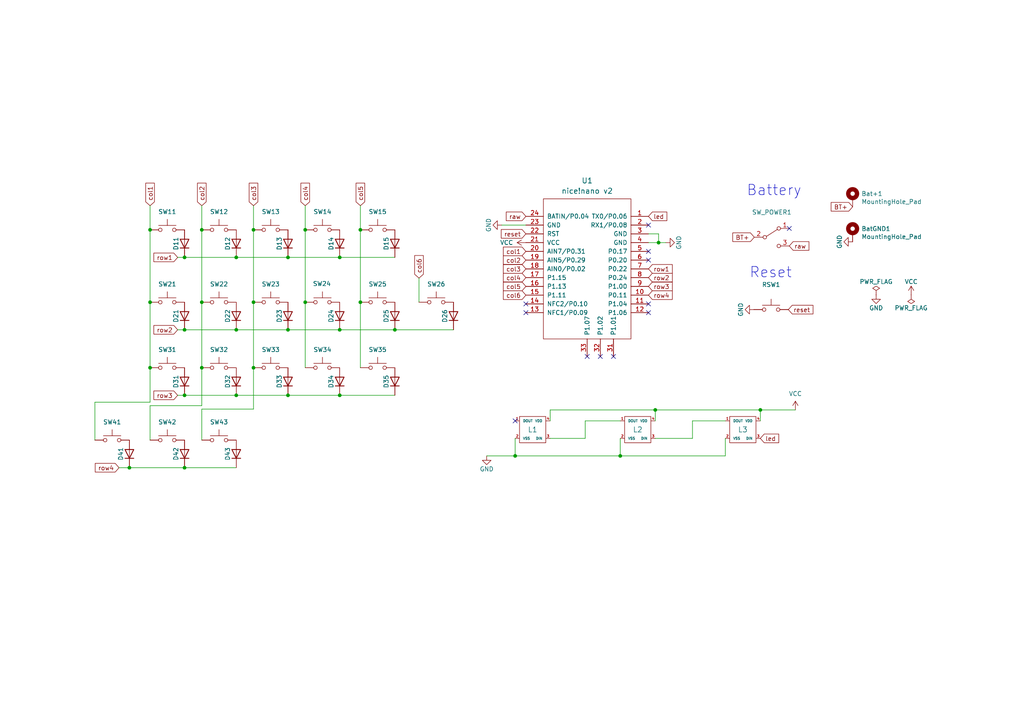
<source format=kicad_sch>
(kicad_sch (version 20211123) (generator eeschema)
  (paper "A4")
  (lib_symbols
    (symbol "D_1" (pin_numbers hide) (pin_names (offset 1.016) hide)
      (property "Reference" "D" (at 0 2.54 0))
      (property "Value" "D_1" (at 0 -2.54 0))
      (symbol "D_1_0_1"
        (polyline (pts (xy -1.27 1.27) (xy -1.27 -1.27)) (stroke (width 0.254)))
        (polyline (pts (xy 1.27 0) (xy -1.27 0)))
        (polyline (pts (xy 1.27 1.27) (xy 1.27 -1.27) (xy -1.27 0) (xy 1.27 1.27)) (stroke (width 0.254)))
      )
      (symbol "D_1_1_1"
        (pin passive line (at -4 0 0) (length 2.75) (name "K") (number "1"))
        (pin passive line (at 4 0 180) (length 2.75) (name "A") (number "2"))
      )
    )
    (symbol "D_10" (pin_numbers hide) (pin_names (offset 1.016) hide)
      (property "Reference" "D" (at 0 2.54 0))
      (property "Value" "D_10" (at 0 -2.54 0))
      (symbol "D_10_0_1"
        (polyline (pts (xy -1.27 1.27) (xy -1.27 -1.27)) (stroke (width 0.254)))
        (polyline (pts (xy 1.27 0) (xy -1.27 0)))
        (polyline (pts (xy 1.27 1.27) (xy 1.27 -1.27) (xy -1.27 0) (xy 1.27 1.27)) (stroke (width 0.254)))
      )
      (symbol "D_10_1_1"
        (pin passive line (at -4 0 0) (length 2.75) (name "K") (number "1"))
        (pin passive line (at 4 0 180) (length 2.75) (name "A") (number "2"))
      )
    )
    (symbol "D_11" (pin_numbers hide) (pin_names (offset 1.016) hide)
      (property "Reference" "D" (at 0 2.54 0))
      (property "Value" "D_11" (at 0 -2.54 0))
      (symbol "D_11_0_1"
        (polyline (pts (xy -1.27 1.27) (xy -1.27 -1.27)) (stroke (width 0.254)))
        (polyline (pts (xy 1.27 0) (xy -1.27 0)))
        (polyline (pts (xy 1.27 1.27) (xy 1.27 -1.27) (xy -1.27 0) (xy 1.27 1.27)) (stroke (width 0.254)))
      )
      (symbol "D_11_1_1"
        (pin passive line (at -4 0 0) (length 2.75) (name "K") (number "1"))
        (pin passive line (at 4 0 180) (length 2.75) (name "A") (number "2"))
      )
    )
    (symbol "D_12" (pin_numbers hide) (pin_names (offset 1.016) hide)
      (property "Reference" "D" (at 0 2.54 0))
      (property "Value" "D_12" (at 0 -2.54 0))
      (symbol "D_12_0_1"
        (polyline (pts (xy -1.27 1.27) (xy -1.27 -1.27)) (stroke (width 0.254)))
        (polyline (pts (xy 1.27 0) (xy -1.27 0)))
        (polyline (pts (xy 1.27 1.27) (xy 1.27 -1.27) (xy -1.27 0) (xy 1.27 1.27)) (stroke (width 0.254)))
      )
      (symbol "D_12_1_1"
        (pin passive line (at -4 0 0) (length 2.75) (name "K") (number "1"))
        (pin passive line (at 4 0 180) (length 2.75) (name "A") (number "2"))
      )
    )
    (symbol "D_13" (pin_numbers hide) (pin_names (offset 1.016) hide)
      (property "Reference" "D" (at 0 2.54 0))
      (property "Value" "D_13" (at 0 -2.54 0))
      (symbol "D_13_0_1"
        (polyline (pts (xy -1.27 1.27) (xy -1.27 -1.27)) (stroke (width 0.254)))
        (polyline (pts (xy 1.27 0) (xy -1.27 0)))
        (polyline (pts (xy 1.27 1.27) (xy 1.27 -1.27) (xy -1.27 0) (xy 1.27 1.27)) (stroke (width 0.254)))
      )
      (symbol "D_13_1_1"
        (pin passive line (at -4 0 0) (length 2.75) (name "K") (number "1"))
        (pin passive line (at 4 0 180) (length 2.75) (name "A") (number "2"))
      )
    )
    (symbol "D_14" (pin_numbers hide) (pin_names (offset 1.016) hide)
      (property "Reference" "D" (at 0 2.54 0))
      (property "Value" "D_14" (at 0 -2.54 0))
      (symbol "D_14_0_1"
        (polyline (pts (xy -1.27 1.27) (xy -1.27 -1.27)) (stroke (width 0.254)))
        (polyline (pts (xy 1.27 0) (xy -1.27 0)))
        (polyline (pts (xy 1.27 1.27) (xy 1.27 -1.27) (xy -1.27 0) (xy 1.27 1.27)) (stroke (width 0.254)))
      )
      (symbol "D_14_1_1"
        (pin passive line (at -4 0 0) (length 2.75) (name "K") (number "1"))
        (pin passive line (at 4 0 180) (length 2.75) (name "A") (number "2"))
      )
    )
    (symbol "D_15" (pin_numbers hide) (pin_names (offset 1.016) hide)
      (property "Reference" "D" (at 0 2.54 0))
      (property "Value" "D_15" (at 0 -2.54 0))
      (symbol "D_15_0_1"
        (polyline (pts (xy -1.27 1.27) (xy -1.27 -1.27)) (stroke (width 0.254)))
        (polyline (pts (xy 1.27 0) (xy -1.27 0)))
        (polyline (pts (xy 1.27 1.27) (xy 1.27 -1.27) (xy -1.27 0) (xy 1.27 1.27)) (stroke (width 0.254)))
      )
      (symbol "D_15_1_1"
        (pin passive line (at -4 0 0) (length 2.75) (name "K") (number "1"))
        (pin passive line (at 4 0 180) (length 2.75) (name "A") (number "2"))
      )
    )
    (symbol "D_16" (pin_numbers hide) (pin_names (offset 1.016) hide)
      (property "Reference" "D" (at 0 2.54 0))
      (property "Value" "D_16" (at 0 -2.54 0))
      (symbol "D_16_0_1"
        (polyline (pts (xy -1.27 1.27) (xy -1.27 -1.27)) (stroke (width 0.254)))
        (polyline (pts (xy 1.27 0) (xy -1.27 0)))
        (polyline (pts (xy 1.27 1.27) (xy 1.27 -1.27) (xy -1.27 0) (xy 1.27 1.27)) (stroke (width 0.254)))
      )
      (symbol "D_16_1_1"
        (pin passive line (at -4 0 0) (length 2.75) (name "K") (number "1"))
        (pin passive line (at 4 0 180) (length 2.75) (name "A") (number "2"))
      )
    )
    (symbol "D_17" (pin_numbers hide) (pin_names (offset 1.016) hide)
      (property "Reference" "D" (at 0 2.54 0))
      (property "Value" "D_17" (at 0 -2.54 0))
      (symbol "D_17_0_1"
        (polyline (pts (xy -1.27 1.27) (xy -1.27 -1.27)) (stroke (width 0.254)))
        (polyline (pts (xy 1.27 0) (xy -1.27 0)))
        (polyline (pts (xy 1.27 1.27) (xy 1.27 -1.27) (xy -1.27 0) (xy 1.27 1.27)) (stroke (width 0.254)))
      )
      (symbol "D_17_1_1"
        (pin passive line (at -4 0 0) (length 2.75) (name "K") (number "1"))
        (pin passive line (at 4 0 180) (length 2.75) (name "A") (number "2"))
      )
    )
    (symbol "D_18" (pin_numbers hide) (pin_names (offset 1.016) hide)
      (property "Reference" "D" (at 0 2.54 0))
      (property "Value" "D_18" (at 0 -2.54 0))
      (symbol "D_18_0_1"
        (polyline (pts (xy -1.27 1.27) (xy -1.27 -1.27)) (stroke (width 0.254)))
        (polyline (pts (xy 1.27 0) (xy -1.27 0)))
        (polyline (pts (xy 1.27 1.27) (xy 1.27 -1.27) (xy -1.27 0) (xy 1.27 1.27)) (stroke (width 0.254)))
      )
      (symbol "D_18_1_1"
        (pin passive line (at -4 0 0) (length 2.75) (name "K") (number "1"))
        (pin passive line (at 4 0 180) (length 2.75) (name "A") (number "2"))
      )
    )
    (symbol "D_2" (pin_numbers hide) (pin_names (offset 1.016) hide)
      (property "Reference" "D" (at 0 2.54 0))
      (property "Value" "D_2" (at 0 -2.54 0))
      (symbol "D_2_0_1"
        (polyline (pts (xy -1.27 1.27) (xy -1.27 -1.27)) (stroke (width 0.254)))
        (polyline (pts (xy 1.27 0) (xy -1.27 0)))
        (polyline (pts (xy 1.27 1.27) (xy 1.27 -1.27) (xy -1.27 0) (xy 1.27 1.27)) (stroke (width 0.254)))
      )
      (symbol "D_2_1_1"
        (pin passive line (at -4 0 0) (length 2.75) (name "K") (number "1"))
        (pin passive line (at 4 0 180) (length 2.75) (name "A") (number "2"))
      )
    )
    (symbol "D_3" (pin_numbers hide) (pin_names (offset 1.016) hide)
      (property "Reference" "D" (at 0 2.54 0))
      (property "Value" "D_3" (at 0 -2.54 0))
      (symbol "D_3_0_1"
        (polyline (pts (xy -1.27 1.27) (xy -1.27 -1.27)) (stroke (width 0.254)))
        (polyline (pts (xy 1.27 0) (xy -1.27 0)))
        (polyline (pts (xy 1.27 1.27) (xy 1.27 -1.27) (xy -1.27 0) (xy 1.27 1.27)) (stroke (width 0.254)))
      )
      (symbol "D_3_1_1"
        (pin passive line (at -4 0 0) (length 2.75) (name "K") (number "1"))
        (pin passive line (at 4 0 180) (length 2.75) (name "A") (number "2"))
      )
    )
    (symbol "D_4" (pin_numbers hide) (pin_names (offset 1.016) hide)
      (property "Reference" "D" (at 0 2.54 0))
      (property "Value" "D_4" (at 0 -2.54 0))
      (symbol "D_4_0_1"
        (polyline (pts (xy -1.27 1.27) (xy -1.27 -1.27)) (stroke (width 0.254)))
        (polyline (pts (xy 1.27 0) (xy -1.27 0)))
        (polyline (pts (xy 1.27 1.27) (xy 1.27 -1.27) (xy -1.27 0) (xy 1.27 1.27)) (stroke (width 0.254)))
      )
      (symbol "D_4_1_1"
        (pin passive line (at -4 0 0) (length 2.75) (name "K") (number "1"))
        (pin passive line (at 4 0 180) (length 2.75) (name "A") (number "2"))
      )
    )
    (symbol "D_5" (pin_numbers hide) (pin_names (offset 1.016) hide)
      (property "Reference" "D" (at 0 2.54 0))
      (property "Value" "D_5" (at 0 -2.54 0))
      (symbol "D_5_0_1"
        (polyline (pts (xy -1.27 1.27) (xy -1.27 -1.27)) (stroke (width 0.254)))
        (polyline (pts (xy 1.27 0) (xy -1.27 0)))
        (polyline (pts (xy 1.27 1.27) (xy 1.27 -1.27) (xy -1.27 0) (xy 1.27 1.27)) (stroke (width 0.254)))
      )
      (symbol "D_5_1_1"
        (pin passive line (at -4 0 0) (length 2.75) (name "K") (number "1"))
        (pin passive line (at 4 0 180) (length 2.75) (name "A") (number "2"))
      )
    )
    (symbol "D_6" (pin_numbers hide) (pin_names (offset 1.016) hide)
      (property "Reference" "D" (at 0 2.54 0))
      (property "Value" "D_6" (at 0 -2.54 0))
      (symbol "D_6_0_1"
        (polyline (pts (xy -1.27 1.27) (xy -1.27 -1.27)) (stroke (width 0.254)))
        (polyline (pts (xy 1.27 0) (xy -1.27 0)))
        (polyline (pts (xy 1.27 1.27) (xy 1.27 -1.27) (xy -1.27 0) (xy 1.27 1.27)) (stroke (width 0.254)))
      )
      (symbol "D_6_1_1"
        (pin passive line (at -4 0 0) (length 2.75) (name "K") (number "1"))
        (pin passive line (at 4 0 180) (length 2.75) (name "A") (number "2"))
      )
    )
    (symbol "D_7" (pin_numbers hide) (pin_names (offset 1.016) hide)
      (property "Reference" "D" (at 0 2.54 0))
      (property "Value" "D_7" (at 0 -2.54 0))
      (symbol "D_7_0_1"
        (polyline (pts (xy -1.27 1.27) (xy -1.27 -1.27)) (stroke (width 0.254)))
        (polyline (pts (xy 1.27 0) (xy -1.27 0)))
        (polyline (pts (xy 1.27 1.27) (xy 1.27 -1.27) (xy -1.27 0) (xy 1.27 1.27)) (stroke (width 0.254)))
      )
      (symbol "D_7_1_1"
        (pin passive line (at -4 0 0) (length 2.75) (name "K") (number "1"))
        (pin passive line (at 4 0 180) (length 2.75) (name "A") (number "2"))
      )
    )
    (symbol "D_8" (pin_numbers hide) (pin_names (offset 1.016) hide)
      (property "Reference" "D" (at 0 2.54 0))
      (property "Value" "D_8" (at 0 -2.54 0))
      (symbol "D_8_0_1"
        (polyline (pts (xy -1.27 1.27) (xy -1.27 -1.27)) (stroke (width 0.254)))
        (polyline (pts (xy 1.27 0) (xy -1.27 0)))
        (polyline (pts (xy 1.27 1.27) (xy 1.27 -1.27) (xy -1.27 0) (xy 1.27 1.27)) (stroke (width 0.254)))
      )
      (symbol "D_8_1_1"
        (pin passive line (at -4 0 0) (length 2.75) (name "K") (number "1"))
        (pin passive line (at 4 0 180) (length 2.75) (name "A") (number "2"))
      )
    )
    (symbol "D_9" (pin_numbers hide) (pin_names (offset 1.016) hide)
      (property "Reference" "D" (at 0 2.54 0))
      (property "Value" "D_9" (at 0 -2.54 0))
      (symbol "D_9_0_1"
        (polyline (pts (xy -1.27 1.27) (xy -1.27 -1.27)) (stroke (width 0.254)))
        (polyline (pts (xy 1.27 0) (xy -1.27 0)))
        (polyline (pts (xy 1.27 1.27) (xy 1.27 -1.27) (xy -1.27 0) (xy 1.27 1.27)) (stroke (width 0.254)))
      )
      (symbol "D_9_1_1"
        (pin passive line (at -4 0 0) (length 2.75) (name "K") (number "1"))
        (pin passive line (at 4 0 180) (length 2.75) (name "A") (number "2"))
      )
    )
    (symbol "Device:D" (pin_numbers hide) (pin_names (offset 1.016) hide)
      (property "Reference" "D" (at 0 2.54 0))
      (property "Value" "D" (at 0 -2.54 0))
      (symbol "D_0_1"
        (polyline (pts (xy -1.27 1.27) (xy -1.27 -1.27)) (stroke (width 0.254)))
        (polyline (pts (xy 1.27 0) (xy -1.27 0)))
        (polyline (pts (xy 1.27 1.27) (xy 1.27 -1.27) (xy -1.27 0) (xy 1.27 1.27)) (stroke (width 0.254)))
      )
      (symbol "D_1_1"
        (pin passive line (at -4 0 0) (length 2.75) (name "K") (number "1"))
        (pin passive line (at 4 0 180) (length 2.75) (name "A") (number "2"))
      )
    )
    (symbol "Mechanical:MountingHole_Pad" (pin_numbers hide) (pin_names (offset 1.016) hide)
      (property "Reference" "H" (at 0 6.35 0))
      (property "Value" "MountingHole_Pad" (at 0 4.445 0))
      (symbol "MountingHole_Pad_0_1"
        (circle (center 0 1.27) (radius 1.27) (stroke (width 1.27)))
      )
      (symbol "MountingHole_Pad_1_1"
        (pin input line (at 0 -2.54 90) (length 2.54) (name "1") (number "1"))
      )
    )
    (symbol "SW_Push_1" (pin_numbers hide) (pin_names (offset 1.016) hide)
      (property "Reference" "SW" (at 1.27 2.54 0))
      (property "Value" "SW_Push_1" (at 0 -1.524 0))
      (symbol "SW_Push_1_0_1"
        (circle (center -2.032 0) (radius 0.508))
        (polyline (pts (xy 0 1.27) (xy 0 3.048)))
        (polyline (pts (xy 2.54 1.27) (xy -2.54 1.27)))
        (circle (center 2.032 0) (radius 0.508))
        (pin passive line (at -5 0 0) (length 2.5) (name "1") (number "1"))
        (pin passive line (at 5 0 180) (length 2.5) (name "2") (number "2"))
      )
    )
    (symbol "SW_Push_10" (pin_numbers hide) (pin_names (offset 1.016) hide)
      (property "Reference" "SW" (at 1.27 2.54 0))
      (property "Value" "SW_Push_10" (at 0 -1.524 0))
      (symbol "SW_Push_10_0_1"
        (circle (center -2.032 0) (radius 0.508))
        (polyline (pts (xy 0 1.27) (xy 0 3.048)))
        (polyline (pts (xy 2.54 1.27) (xy -2.54 1.27)))
        (circle (center 2.032 0) (radius 0.508))
        (pin passive line (at -5 0 0) (length 2.5) (name "1") (number "1"))
        (pin passive line (at 5 0 180) (length 2.5) (name "2") (number "2"))
      )
    )
    (symbol "SW_Push_11" (pin_numbers hide) (pin_names (offset 1.016) hide)
      (property "Reference" "SW" (at 1.27 2.54 0))
      (property "Value" "SW_Push_11" (at 0 -1.524 0))
      (symbol "SW_Push_11_0_1"
        (circle (center -2.032 0) (radius 0.508))
        (polyline (pts (xy 0 1.27) (xy 0 3.048)))
        (polyline (pts (xy 2.54 1.27) (xy -2.54 1.27)))
        (circle (center 2.032 0) (radius 0.508))
        (pin passive line (at -5 0 0) (length 2.5) (name "1") (number "1"))
        (pin passive line (at 5 0 180) (length 2.5) (name "2") (number "2"))
      )
    )
    (symbol "SW_Push_12" (pin_numbers hide) (pin_names (offset 1.016) hide)
      (property "Reference" "SW" (at 1.27 2.54 0))
      (property "Value" "SW_Push_12" (at 0 -1.524 0))
      (symbol "SW_Push_12_0_1"
        (circle (center -2.032 0) (radius 0.508))
        (polyline (pts (xy 0 1.27) (xy 0 3.048)))
        (polyline (pts (xy 2.54 1.27) (xy -2.54 1.27)))
        (circle (center 2.032 0) (radius 0.508))
        (pin passive line (at -5 0 0) (length 2.5) (name "1") (number "1"))
        (pin passive line (at 5 0 180) (length 2.5) (name "2") (number "2"))
      )
    )
    (symbol "SW_Push_13" (pin_numbers hide) (pin_names (offset 1.016) hide)
      (property "Reference" "SW" (at 1.27 2.54 0))
      (property "Value" "SW_Push_13" (at 0 -1.524 0))
      (symbol "SW_Push_13_0_1"
        (circle (center -2.032 0) (radius 0.508))
        (polyline (pts (xy 0 1.27) (xy 0 3.048)))
        (polyline (pts (xy 2.54 1.27) (xy -2.54 1.27)))
        (circle (center 2.032 0) (radius 0.508))
        (pin passive line (at -5 0 0) (length 2.5) (name "1") (number "1"))
        (pin passive line (at 5 0 180) (length 2.5) (name "2") (number "2"))
      )
    )
    (symbol "SW_Push_14" (pin_numbers hide) (pin_names (offset 1.016) hide)
      (property "Reference" "SW" (at 1.27 2.54 0))
      (property "Value" "SW_Push_14" (at 0 -1.524 0))
      (symbol "SW_Push_14_0_1"
        (circle (center -2.032 0) (radius 0.508))
        (polyline (pts (xy 0 1.27) (xy 0 3.048)))
        (polyline (pts (xy 2.54 1.27) (xy -2.54 1.27)))
        (circle (center 2.032 0) (radius 0.508))
        (pin passive line (at -5 0 0) (length 2.5) (name "1") (number "1"))
        (pin passive line (at 5 0 180) (length 2.5) (name "2") (number "2"))
      )
    )
    (symbol "SW_Push_15" (pin_numbers hide) (pin_names (offset 1.016) hide)
      (property "Reference" "SW" (at 1.27 2.54 0))
      (property "Value" "SW_Push_15" (at 0 -1.524 0))
      (symbol "SW_Push_15_0_1"
        (circle (center -2.032 0) (radius 0.508))
        (polyline (pts (xy 0 1.27) (xy 0 3.048)))
        (polyline (pts (xy 2.54 1.27) (xy -2.54 1.27)))
        (circle (center 2.032 0) (radius 0.508))
        (pin passive line (at -5 0 0) (length 2.5) (name "1") (number "1"))
        (pin passive line (at 5 0 180) (length 2.5) (name "2") (number "2"))
      )
    )
    (symbol "SW_Push_16" (pin_numbers hide) (pin_names (offset 1.016) hide)
      (property "Reference" "SW" (at 1.27 2.54 0))
      (property "Value" "SW_Push_16" (at 0 -1.524 0))
      (symbol "SW_Push_16_0_1"
        (circle (center -2.032 0) (radius 0.508))
        (polyline (pts (xy 0 1.27) (xy 0 3.048)))
        (polyline (pts (xy 2.54 1.27) (xy -2.54 1.27)))
        (circle (center 2.032 0) (radius 0.508))
        (pin passive line (at -5 0 0) (length 2.5) (name "1") (number "1"))
        (pin passive line (at 5 0 180) (length 2.5) (name "2") (number "2"))
      )
    )
    (symbol "SW_Push_17" (pin_numbers hide) (pin_names (offset 1.016) hide)
      (property "Reference" "SW" (at 1.27 2.54 0))
      (property "Value" "SW_Push_17" (at 0 -1.524 0))
      (symbol "SW_Push_17_0_1"
        (circle (center -2.032 0) (radius 0.508))
        (polyline (pts (xy 0 1.27) (xy 0 3.048)))
        (polyline (pts (xy 2.54 1.27) (xy -2.54 1.27)))
        (circle (center 2.032 0) (radius 0.508))
        (pin passive line (at -5 0 0) (length 2.5) (name "1") (number "1"))
        (pin passive line (at 5 0 180) (length 2.5) (name "2") (number "2"))
      )
    )
    (symbol "SW_Push_18" (pin_numbers hide) (pin_names (offset 1.016) hide)
      (property "Reference" "SW" (at 1.27 2.54 0))
      (property "Value" "SW_Push_18" (at 0 -1.524 0))
      (symbol "SW_Push_18_0_1"
        (circle (center -2.032 0) (radius 0.508))
        (polyline (pts (xy 0 1.27) (xy 0 3.048)))
        (polyline (pts (xy 2.54 1.27) (xy -2.54 1.27)))
        (circle (center 2.032 0) (radius 0.508))
        (pin passive line (at -5 0 0) (length 2.5) (name "1") (number "1"))
        (pin passive line (at 5 0 180) (length 2.5) (name "2") (number "2"))
      )
    )
    (symbol "SW_Push_19" (pin_numbers hide) (pin_names (offset 1.016) hide)
      (property "Reference" "SW" (at 1.27 2.54 0))
      (property "Value" "SW_Push_19" (at 0 -1.524 0))
      (symbol "SW_Push_19_0_1"
        (circle (center -2.032 0) (radius 0.508))
        (polyline (pts (xy 0 1.27) (xy 0 3.048)))
        (polyline (pts (xy 2.54 1.27) (xy -2.54 1.27)))
        (circle (center 2.032 0) (radius 0.508))
        (pin passive line (at -5 0 0) (length 2.5) (name "1") (number "1"))
        (pin passive line (at 5 0 180) (length 2.5) (name "2") (number "2"))
      )
    )
    (symbol "SW_Push_2" (pin_numbers hide) (pin_names (offset 1.016) hide)
      (property "Reference" "SW" (at 1.27 2.54 0))
      (property "Value" "SW_Push_2" (at 0 -1.524 0))
      (symbol "SW_Push_2_0_1"
        (circle (center -2.032 0) (radius 0.508))
        (polyline (pts (xy 0 1.27) (xy 0 3.048)))
        (polyline (pts (xy 2.54 1.27) (xy -2.54 1.27)))
        (circle (center 2.032 0) (radius 0.508))
        (pin passive line (at -5 0 0) (length 2.5) (name "1") (number "1"))
        (pin passive line (at 5 0 180) (length 2.5) (name "2") (number "2"))
      )
    )
    (symbol "SW_Push_3" (pin_numbers hide) (pin_names (offset 1.016) hide)
      (property "Reference" "SW" (at 1.27 2.54 0))
      (property "Value" "SW_Push_3" (at 0 -1.524 0))
      (symbol "SW_Push_3_0_1"
        (circle (center -2.032 0) (radius 0.508))
        (polyline (pts (xy 0 1.27) (xy 0 3.048)))
        (polyline (pts (xy 2.54 1.27) (xy -2.54 1.27)))
        (circle (center 2.032 0) (radius 0.508))
        (pin passive line (at -5 0 0) (length 2.5) (name "1") (number "1"))
        (pin passive line (at 5 0 180) (length 2.5) (name "2") (number "2"))
      )
    )
    (symbol "SW_Push_4" (pin_numbers hide) (pin_names (offset 1.016) hide)
      (property "Reference" "SW" (at 1.27 2.54 0))
      (property "Value" "SW_Push_4" (at 0 -1.524 0))
      (symbol "SW_Push_4_0_1"
        (circle (center -2.032 0) (radius 0.508))
        (polyline (pts (xy 0 1.27) (xy 0 3.048)))
        (polyline (pts (xy 2.54 1.27) (xy -2.54 1.27)))
        (circle (center 2.032 0) (radius 0.508))
        (pin passive line (at -5 0 0) (length 2.5) (name "1") (number "1"))
        (pin passive line (at 5 0 180) (length 2.5) (name "2") (number "2"))
      )
    )
    (symbol "SW_Push_5" (pin_numbers hide) (pin_names (offset 1.016) hide)
      (property "Reference" "SW" (at 1.27 2.54 0))
      (property "Value" "SW_Push_5" (at 0 -1.524 0))
      (symbol "SW_Push_5_0_1"
        (circle (center -2.032 0) (radius 0.508))
        (polyline (pts (xy 0 1.27) (xy 0 3.048)))
        (polyline (pts (xy 2.54 1.27) (xy -2.54 1.27)))
        (circle (center 2.032 0) (radius 0.508))
        (pin passive line (at -5 0 0) (length 2.5) (name "1") (number "1"))
        (pin passive line (at 5 0 180) (length 2.5) (name "2") (number "2"))
      )
    )
    (symbol "SW_Push_6" (pin_numbers hide) (pin_names (offset 1.016) hide)
      (property "Reference" "SW" (at 1.27 2.54 0))
      (property "Value" "SW_Push_6" (at 0 -1.524 0))
      (symbol "SW_Push_6_0_1"
        (circle (center -2.032 0) (radius 0.508))
        (polyline (pts (xy 0 1.27) (xy 0 3.048)))
        (polyline (pts (xy 2.54 1.27) (xy -2.54 1.27)))
        (circle (center 2.032 0) (radius 0.508))
        (pin passive line (at -5 0 0) (length 2.5) (name "1") (number "1"))
        (pin passive line (at 5 0 180) (length 2.5) (name "2") (number "2"))
      )
    )
    (symbol "SW_Push_7" (pin_numbers hide) (pin_names (offset 1.016) hide)
      (property "Reference" "SW" (at 1.27 2.54 0))
      (property "Value" "SW_Push_7" (at 0 -1.524 0))
      (symbol "SW_Push_7_0_1"
        (circle (center -2.032 0) (radius 0.508))
        (polyline (pts (xy 0 1.27) (xy 0 3.048)))
        (polyline (pts (xy 2.54 1.27) (xy -2.54 1.27)))
        (circle (center 2.032 0) (radius 0.508))
        (pin passive line (at -5 0 0) (length 2.5) (name "1") (number "1"))
        (pin passive line (at 5 0 180) (length 2.5) (name "2") (number "2"))
      )
    )
    (symbol "SW_Push_8" (pin_numbers hide) (pin_names (offset 1.016) hide)
      (property "Reference" "SW" (at 1.27 2.54 0))
      (property "Value" "SW_Push_8" (at 0 -1.524 0))
      (symbol "SW_Push_8_0_1"
        (circle (center -2.032 0) (radius 0.508))
        (polyline (pts (xy 0 1.27) (xy 0 3.048)))
        (polyline (pts (xy 2.54 1.27) (xy -2.54 1.27)))
        (circle (center 2.032 0) (radius 0.508))
        (pin passive line (at -5 0 0) (length 2.5) (name "1") (number "1"))
        (pin passive line (at 5 0 180) (length 2.5) (name "2") (number "2"))
      )
    )
    (symbol "SW_Push_9" (pin_numbers hide) (pin_names (offset 1.016) hide)
      (property "Reference" "SW" (at 1.27 2.54 0))
      (property "Value" "SW_Push_9" (at 0 -1.524 0))
      (symbol "SW_Push_9_0_1"
        (circle (center -2.032 0) (radius 0.508))
        (polyline (pts (xy 0 1.27) (xy 0 3.048)))
        (polyline (pts (xy 2.54 1.27) (xy -2.54 1.27)))
        (circle (center 2.032 0) (radius 0.508))
        (pin passive line (at -5 0 0) (length 2.5) (name "1") (number "1"))
        (pin passive line (at 5 0 180) (length 2.5) (name "2") (number "2"))
      )
    )
    (symbol "Switch:SW_Push" (pin_numbers hide) (pin_names (offset 1.016) hide)
      (property "Reference" "SW" (at 1.27 2.54 0))
      (property "Value" "SW_Push" (at 0 -1.524 0))
      (symbol "SW_Push_0_1"
        (circle (center -2.032 0) (radius 0.508))
        (polyline (pts (xy 0 1.27) (xy 0 3.048)))
        (polyline (pts (xy 2.54 1.27) (xy -2.54 1.27)))
        (circle (center 2.032 0) (radius 0.508))
        (pin passive line (at -5 0 0) (length 2.5) (name "1") (number "1"))
        (pin passive line (at 5 0 180) (length 2.5) (name "2") (number "2"))
      )
    )
    (symbol "Switch:SW_SPDT" (pin_names (offset 0) hide)
      (property "Reference" "SW" (at 0 4.318 0))
      (property "Value" "SW_SPDT" (at 0 -5.08 0))
      (symbol "SW_SPDT_0_0"
        (circle (center -2.032 0) (radius 0.508))
        (circle (center 2.032 -2.54) (radius 0.508))
      )
      (symbol "SW_SPDT_0_1"
        (polyline (pts (xy -1.524 0.254) (xy 1.651 2.286)))
        (circle (center 2.032 2.54) (radius 0.508))
      )
      (symbol "SW_SPDT_1_1"
        (pin passive line (at 5.08 2.54 180) (length 2.54) (name "A") (number "1"))
        (pin passive line (at -5.08 0 0) (length 2.54) (name "B") (number "2"))
        (pin passive line (at 5.08 -2.54 180) (length 2.54) (name "C") (number "3"))
      )
    )
    (symbol "kbd:SK6812MINI" (pin_names (offset 1.016))
      (property "Reference" "L" (at 0 0 0))
      (property "Value" "SK6812MINI" (at 0 -1.27 0))
      (symbol "SK6812MINI_0_1"
        (rectangle (start -3.81 3.81) (end 3.81 -3.81))
      )
      (symbol "SK6812MINI_1_1"
        (pin output line (at -5.08 2.54 0) (length 1.1938) (name "DOUT") (number "1"))
        (pin power_in line (at -5.08 -2.54 0) (length 1.1938) (name "VSS") (number "2"))
        (pin input line (at 5.08 -2.54 180) (length 1.1938) (name "DIN") (number "3"))
        (pin power_in line (at 5.08 2.54 180) (length 1.1938) (name "VDD") (number "4"))
      )
    )
    (symbol "nice_nano:nice_nano" (pin_names (offset 1.016))
      (property "Reference" "U" (at 0 0 0))
      (property "Value" "nice_nano" (at 0 2.54 0))
      (symbol "nice_nano_0_1"
        (rectangle (start -12.7 -21.59) (end 12.7 19.05))
      )
      (symbol "nice_nano_1_1"
        (pin bidirectional line (at -17.78 13.97 0) (length 5.08) (name "TX0/P0.06") (number "1"))
        (pin bidirectional line (at -17.78 -8.89 0) (length 5.08) (name "P0.11") (number "10"))
        (pin bidirectional line (at -17.78 -11.43 0) (length 5.08) (name "P1.04") (number "11"))
        (pin bidirectional line (at -17.78 -13.97 0) (length 5.08) (name "P1.06") (number "12"))
        (pin bidirectional line (at 17.78 -13.97 180) (length 5.08) (name "NFC1/P0.09") (number "13"))
        (pin bidirectional line (at 17.78 -11.43 180) (length 5.08) (name "NFC2/P0.10") (number "14"))
        (pin bidirectional line (at 17.78 -8.89 180) (length 5.08) (name "P1.11") (number "15"))
        (pin bidirectional line (at 17.78 -6.35 180) (length 5.08) (name "P1.13") (number "16"))
        (pin bidirectional line (at 17.78 -3.81 180) (length 5.08) (name "P1.15") (number "17"))
        (pin bidirectional line (at 17.78 -1.27 180) (length 5.08) (name "AIN0/P0.02") (number "18"))
        (pin bidirectional line (at 17.78 1.27 180) (length 5.08) (name "AIN5/P0.29") (number "19"))
        (pin bidirectional line (at -17.78 11.43 0) (length 5.08) (name "RX1/P0.08") (number "2"))
        (pin bidirectional line (at 17.78 3.81 180) (length 5.08) (name "AIN7/P0.31") (number "20"))
        (pin power_in line (at 17.78 6.35 180) (length 5.08) (name "VCC") (number "21"))
        (pin input line (at 17.78 8.89 180) (length 5.08) (name "RST") (number "22"))
        (pin power_in line (at 17.78 11.43 180) (length 5.08) (name "GND") (number "23"))
        (pin power_out line (at 17.78 13.97 180) (length 5.08) (name "BATIN/P0.04") (number "24"))
        (pin power_in line (at -17.78 8.89 0) (length 5.08) (name "GND") (number "3"))
        (pin input line (at -7.62 -26.67 90) (length 5.08) (name "P1.01") (number "31"))
        (pin input line (at -3.81 -26.67 90) (length 5.08) (name "P1.02") (number "32"))
        (pin input line (at 0 -26.67 90) (length 5.08) (name "P1.07") (number "33"))
        (pin power_in line (at -17.78 6.35 0) (length 5.08) (name "GND") (number "4"))
        (pin bidirectional line (at -17.78 3.81 0) (length 5.08) (name "P0.17") (number "5"))
        (pin bidirectional line (at -17.78 1.27 0) (length 5.08) (name "P0.20") (number "6"))
        (pin bidirectional line (at -17.78 -1.27 0) (length 5.08) (name "P0.22") (number "7"))
        (pin bidirectional line (at -17.78 -3.81 0) (length 5.08) (name "P0.24") (number "8"))
        (pin bidirectional line (at -17.78 -6.35 0) (length 5.08) (name "P1.00") (number "9"))
      )
    )
    (symbol "power:GND" (power) (pin_names (offset 0))
      (property "Value" "GND" (at 0 -3.81 0))
      (symbol "GND_0_1"
        (polyline (pts (xy 0 0) (xy 0 -1.27) (xy 1.27 -1.27) (xy 0 -2.54) (xy -1.27 -1.27) (xy 0 -1.27)))
      )
      (symbol "GND_1_1"
        (pin power_in line (at 0 0 270) (length 0) hide (name "GND") (number "1"))
      )
    )
    (symbol "power:PWR_FLAG" (power) (pin_numbers hide) (pin_names (offset 0) hide)
      (property "Value" "PWR_FLAG" (at 0 3.81 0))
      (symbol "PWR_FLAG_0_0"
        (pin power_out line (at 0 0 90) (length 0) (name "pwr") (number "1"))
      )
      (symbol "PWR_FLAG_0_1"
        (polyline (pts (xy 0 0) (xy 0 1.27) (xy -1.016 1.905) (xy 0 2.54) (xy 1.016 1.905) (xy 0 1.27)))
      )
    )
    (symbol "power:VCC" (power) (pin_names (offset 0))
      (property "Value" "VCC" (at 0 3.81 0))
      (symbol "VCC_0_1"
        (polyline (pts (xy -0.762 1.27) (xy 0 2.54)))
        (polyline (pts (xy 0 0) (xy 0 2.54)))
        (polyline (pts (xy 0 2.54) (xy 0.762 1.27)))
      )
      (symbol "VCC_1_1"
        (pin power_in line (at 0 0 90) (length 0) hide (name "VCC") (number "1"))
      )
    )
  )
  (junction (at 53.5261 74.6582))
  (junction (at 98.5261 95.6582))
  (junction (at 73.5261 87.6582))
  (junction (at 220.5342 118.8977))
  (junction (at 73.5261 66.6582))
  (junction (at 73.5261 106.6582))
  (junction (at 58.5261 66.6582))
  (junction (at 88.5261 66.6582))
  (junction (at 53.5261 95.6582))
  (junction (at 53.5261 135.6582))
  (junction (at 43.5261 106.6582))
  (junction (at 104.5261 87.6582))
  (junction (at 58.5261 106.6582))
  (junction (at 190.0542 118.8977))
  (junction (at 68.5261 114.6582))
  (junction (at 68.5261 74.6582))
  (junction (at 68.5261 95.6582))
  (junction (at 58.5261 87.6582))
  (junction (at 114.5261 95.6582))
  (junction (at 88.5261 87.6582))
  (junction (at 191.0149 70.3689))
  (junction (at 83.5261 114.6582))
  (junction (at 98.5261 74.6582))
  (junction (at 53.5261 114.6582))
  (junction (at 179.8942 132.2327))
  (junction (at 98.5261 114.6582))
  (junction (at 149.4142 132.2327))
  (junction (at 104.5261 66.6582))
  (junction (at 43.5261 87.6582))
  (junction (at 83.5261 95.6582))
  (junction (at 83.5261 74.6582))
  (junction (at 43.5261 66.6582))
  (junction (at 37.5261 135.6582))
  (no_connect (at 188.0872 75.4489))
  (no_connect (at 188.0872 65.2889))
  (no_connect (at 170.3072 103.3889))
  (no_connect (at 188.0872 88.1489))
  (no_connect (at 177.9272 103.3889))
  (no_connect (at 188.0872 90.6889))
  (no_connect (at 188.0872 72.9089))
  (no_connect (at 174.1172 103.3889))
  (no_connect (at 228.9292 66.2603))
  (no_connect (at 149.4142 122.0727))
  (no_connect (at 152.5272 90.6889))
  (no_connect (at 152.5272 88.1489))
  (wire (pts (xy 88.5261 87.6582) (xy 88.5261 106.6582)))
  (wire (pts (xy 179.8942 127.1527) (xy 179.8942 132.2327)))
  (wire (pts (xy 68.5261 74.6582) (xy 83.5261 74.6582)))
  (wire (pts (xy 220.5342 118.8977) (xy 230.6942 118.8977)))
  (wire (pts (xy 58.5261 127.6582) (xy 58.5261 118.6582)))
  (wire (pts (xy 141.1592 132.2327) (xy 149.4142 132.2327)))
  (wire (pts (xy 98.5261 114.6582) (xy 114.5261 114.6582)))
  (wire (pts (xy 149.4142 132.2327) (xy 179.8942 132.2327)))
  (wire (pts (xy 43.5261 106.6582) (xy 43.5261 116.6582)))
  (wire (pts (xy 83.5261 95.6582) (xy 98.5261 95.6582)))
  (wire (pts (xy 179.8942 132.2327) (xy 210.3742 132.2327)))
  (wire (pts (xy 51.5261 114.6582) (xy 53.5261 114.6582)))
  (wire (pts (xy 34.5261 135.6582) (xy 37.5261 135.6582)))
  (wire (pts (xy 169.7342 127.1527) (xy 159.5742 127.1527)))
  (wire (pts (xy 98.5261 95.6582) (xy 114.5261 95.6582)))
  (wire (pts (xy 53.5261 114.6582) (xy 68.5261 114.6582)))
  (wire (pts (xy 58.5261 118.6582) (xy 73.5261 118.6582)))
  (wire (pts (xy 220.5342 122.0727) (xy 220.5342 118.8977)))
  (wire (pts (xy 58.5261 87.6582) (xy 58.5261 106.6582)))
  (wire (pts (xy 68.5261 95.6582) (xy 83.5261 95.6582)))
  (wire (pts (xy 98.5261 74.6582) (xy 114.5261 74.6582)))
  (wire (pts (xy 104.5261 66.6582) (xy 104.5261 87.6582)))
  (wire (pts (xy 73.5261 87.6582) (xy 73.5261 106.6582)))
  (wire (pts (xy 210.3742 122.0727) (xy 200.8492 122.0727)))
  (wire (pts (xy 104.5261 59.6582) (xy 104.5261 66.6582)))
  (wire (pts (xy 191.0149 67.8289) (xy 191.0149 70.3689)))
  (wire (pts (xy 149.4142 127.1527) (xy 149.4142 132.2327)))
  (wire (pts (xy 179.8942 122.0727) (xy 169.7342 122.0727)))
  (wire (pts (xy 53.5261 74.6582) (xy 68.5261 74.6582)))
  (wire (pts (xy 169.7342 122.0727) (xy 169.7342 127.1527)))
  (wire (pts (xy 104.5261 87.6582) (xy 104.5261 106.6582)))
  (wire (pts (xy 73.5261 106.6582) (xy 73.5261 118.6582)))
  (wire (pts (xy 43.5261 87.6582) (xy 43.5261 106.6582)))
  (wire (pts (xy 121.5261 80.6582) (xy 121.5261 87.6582)))
  (wire (pts (xy 43.5261 59.6582) (xy 43.5261 66.6582)))
  (wire (pts (xy 159.5742 122.0727) (xy 159.5742 118.8977)))
  (wire (pts (xy 200.8492 127.1527) (xy 190.0542 127.1527)))
  (wire (pts (xy 190.0542 118.8977) (xy 220.5342 118.8977)))
  (wire (pts (xy 58.5261 106.6582) (xy 58.5261 117.6582)))
  (wire (pts (xy 190.0542 122.0727) (xy 190.0542 118.8977)))
  (wire (pts (xy 68.5261 114.6582) (xy 83.5261 114.6582)))
  (wire (pts (xy 83.5261 74.6582) (xy 98.5261 74.6582)))
  (wire (pts (xy 37.5261 135.6582) (xy 53.5261 135.6582)))
  (wire (pts (xy 58.5261 59.6582) (xy 58.5261 66.6582)))
  (wire (pts (xy 88.5261 66.6582) (xy 88.5261 87.6582)))
  (wire (pts (xy 188.0872 70.3689) (xy 191.0149 70.3689)))
  (wire (pts (xy 114.5261 95.6582) (xy 131.5261 95.6582)))
  (wire (pts (xy 145.5272 65.2889) (xy 152.5272 65.2889)))
  (wire (pts (xy 43.5261 66.6582) (xy 43.5261 87.6582)))
  (wire (pts (xy 159.5742 118.8977) (xy 190.0542 118.8977)))
  (wire (pts (xy 27.5261 127.6582) (xy 27.5261 116.6582)))
  (wire (pts (xy 73.5261 59.6582) (xy 73.5261 66.6582)))
  (wire (pts (xy 73.5261 66.6582) (xy 73.5261 87.6582)))
  (wire (pts (xy 188.0872 67.8289) (xy 191.0149 67.8289)))
  (wire (pts (xy 27.5261 116.6582) (xy 43.5261 116.6582)))
  (wire (pts (xy 43.5261 127.6582) (xy 43.5261 117.6582)))
  (wire (pts (xy 51.5261 74.6582) (xy 53.5261 74.6582)))
  (wire (pts (xy 51.5261 95.6582) (xy 53.5261 95.6582)))
  (wire (pts (xy 210.3742 127.1527) (xy 210.3742 132.2327)))
  (wire (pts (xy 58.5261 66.6582) (xy 58.5261 87.6582)))
  (wire (pts (xy 43.5261 117.6582) (xy 58.5261 117.6582)))
  (wire (pts (xy 191.0149 70.3689) (xy 193.0872 70.3689)))
  (wire (pts (xy 200.8492 122.0727) (xy 200.8492 127.1527)))
  (wire (pts (xy 88.5261 59.6582) (xy 88.5261 66.6582)))
  (wire (pts (xy 83.5261 114.6582) (xy 98.5261 114.6582)))
  (wire (pts (xy 53.5261 135.6582) (xy 68.5261 135.6582)))
  (wire (pts (xy 53.5261 95.6582) (xy 68.5261 95.6582)))
  (text "Reset" (at 217.3077 80.9088 0) (effects (font (size 2.9972 2.9972)) (justify left bottom)))
  (text "Battery" (at 216.4901 57.0746 0) (effects (font (size 3 3)) (justify left bottom)))
  (global_label "BT+" (shape input) (at 247.3006 59.9799 180) (property "Intersheet References" "${INTERSHEET_REFS}" (effects hide)))
  (global_label "row4" (shape input) (at 34.5261 135.6582 180) (property "Intersheet References" "${INTERSHEET_REFS}" (effects hide)))
  (global_label "col2" (shape input) (at 58.5261 59.6582 90) (property "Intersheet References" "${INTERSHEET_REFS}" (effects hide)))
  (global_label "row3" (shape input) (at 188.0872 83.0689 0) (property "Intersheet References" "${INTERSHEET_REFS}" (effects hide)))
  (global_label "BT+" (shape input) (at 218.7692 68.8003 180) (property "Intersheet References" "${INTERSHEET_REFS}" (effects hide)))
  (global_label "col2" (shape input) (at 152.5272 75.4489 180) (property "Intersheet References" "${INTERSHEET_REFS}" (effects hide)))
  (global_label "led" (shape input) (at 188.0872 62.7489 0) (property "Intersheet References" "${INTERSHEET_REFS}" (effects hide)))
  (global_label "col3" (shape input) (at 73.5261 59.6582 90) (property "Intersheet References" "${INTERSHEET_REFS}" (effects hide)))
  (global_label "col4" (shape input) (at 88.5261 59.6582 90) (property "Intersheet References" "${INTERSHEET_REFS}" (effects hide)))
  (global_label "raw" (shape input) (at 228.9292 71.3403 0) (property "Intersheet References" "${INTERSHEET_REFS}" (effects hide)))
  (global_label "col3" (shape input) (at 152.5272 77.9889 180) (property "Intersheet References" "${INTERSHEET_REFS}" (effects hide)))
  (global_label "led" (shape input) (at 220.5342 127.1527 0) (property "Intersheet References" "${INTERSHEET_REFS}" (effects hide)))
  (global_label "row2" (shape input) (at 188.0872 80.5289 0) (property "Intersheet References" "${INTERSHEET_REFS}" (effects hide)))
  (global_label "col1" (shape input) (at 43.5261 59.6582 90) (property "Intersheet References" "${INTERSHEET_REFS}" (effects hide)))
  (global_label "col4" (shape input) (at 152.5272 80.5289 180) (property "Intersheet References" "${INTERSHEET_REFS}" (effects hide)))
  (global_label "col5" (shape input) (at 152.5272 83.0689 180) (property "Intersheet References" "${INTERSHEET_REFS}" (effects hide)))
  (global_label "col6" (shape input) (at 152.5272 85.6089 180) (property "Intersheet References" "${INTERSHEET_REFS}" (effects hide)))
  (global_label "reset" (shape input) (at 152.5272 67.8289 180) (property "Intersheet References" "${INTERSHEET_REFS}" (effects hide)))
  (global_label "reset" (shape input) (at 228.6577 89.7988 0) (property "Intersheet References" "${INTERSHEET_REFS}" (effects hide)))
  (global_label "row3" (shape input) (at 51.5261 114.6582 180) (property "Intersheet References" "${INTERSHEET_REFS}" (effects hide)))
  (global_label "row4" (shape input) (at 188.0872 85.6089 0) (property "Intersheet References" "${INTERSHEET_REFS}" (effects hide)))
  (global_label "row2" (shape input) (at 51.5261 95.6582 180) (property "Intersheet References" "${INTERSHEET_REFS}" (effects hide)))
  (global_label "col5" (shape input) (at 104.5261 59.6582 90) (property "Intersheet References" "${INTERSHEET_REFS}" (effects hide)))
  (global_label "row1" (shape input) (at 51.5261 74.6582 180) (property "Intersheet References" "${INTERSHEET_REFS}" (effects hide)))
  (global_label "row1" (shape input) (at 188.0872 77.9889 0) (property "Intersheet References" "${INTERSHEET_REFS}" (effects hide)))
  (global_label "col1" (shape input) (at 152.5272 72.9089 180) (property "Intersheet References" "${INTERSHEET_REFS}" (effects hide)))
  (global_label "col6" (shape input) (at 121.5261 80.6582 90) (property "Intersheet References" "${INTERSHEET_REFS}" (effects hide)))
  (global_label "raw" (shape input) (at 152.5272 62.7489 180) (property "Intersheet References" "${INTERSHEET_REFS}" (effects hide)))
  (symbol (lib_id "power:GND") (at 145.5272 65.2889 270) (unit 1)
    (property "Reference" "#PWR02" (effects hide))
    (property "Value" "GND" (at 141.7172 65.2889 0))
  )
  (symbol (lib_name "SW_Push_5") (lib_id "Switch:SW_Push") (at 63.5261 127.6582 0) (unit 1)
    (property "Reference" "SW43" (at 63.5261 122.4192 0))
    (property "Value" "SW_Push" (effects hide))
    (property "Footprint" "Button_Switch_Keyboard:MBK choc 1.5u" (effects hide))
  )
  (symbol (lib_id "Switch:SW_Push") (at 223.6577 89.7988 0) (unit 1)
    (property "Reference" "RSW1" (at 223.6577 82.5598 0))
    (property "Value" "SW_Push" (effects hide))
    (property "Footprint" "kbd:ResetSW" (effects hide))
  )
  (symbol (lib_name "SW_Push_8") (lib_id "Switch:SW_Push") (at 109.5261 106.6582 0) (unit 1)
    (property "Reference" "SW35" (at 109.5261 101.4192 0))
    (property "Value" "SW_Push" (effects hide))
    (property "Footprint" "Button_Switch_Keyboard:MBK choc 1u" (effects hide))
  )
  (symbol (lib_name "SW_Push_13") (lib_id "Switch:SW_Push") (at 78.5261 66.6582 0) (unit 1)
    (property "Reference" "SW13" (at 78.5261 61.4192 0))
    (property "Value" "SW_Push" (effects hide))
    (property "Footprint" "Button_Switch_Keyboard:MBK choc 1u" (effects hide))
  )
  (symbol (lib_name "SW_Push_3") (lib_id "Switch:SW_Push") (at 32.5261 127.6582 0) (unit 1)
    (property "Reference" "SW41" (at 32.5261 122.4192 0))
    (property "Value" "SW_Push" (effects hide))
    (property "Footprint" "Button_Switch_Keyboard:MBK choc 1.5u" (effects hide))
  )
  (symbol (lib_name "SW_Push_10") (lib_id "Switch:SW_Push") (at 126.5261 87.6582 0) (unit 1)
    (property "Reference" "SW26" (at 126.5261 82.4192 0))
    (property "Value" "SW_Push" (effects hide))
    (property "Footprint" "Button_Switch_Keyboard:MBK choc 1u" (effects hide))
  )
  (symbol (lib_name "D_10") (lib_id "Device:D") (at 114.5261 110.6582 90) (unit 1)
    (property "Reference" "D35" (at 112.0261 110.6582 0))
    (property "Value" "D" (effects hide))
    (property "Footprint" "Diode_SMD:1N4148X-TP" (effects hide))
  )
  (symbol (lib_id "Switch:SW_SPDT") (at 223.8492 68.8003 0) (unit 1)
    (property "Reference" "SW_POWER1" (at 223.8492 61.5613 0))
    (property "Value" "SW_SPDT" (effects hide))
    (property "Footprint" "Button_Switch_SMD:SW_SPDT_PCM12" (effects hide))
  )
  (symbol (lib_name "SW_Push_12") (lib_id "Switch:SW_Push") (at 63.5261 87.6582 0) (unit 1)
    (property "Reference" "SW22" (at 63.5261 82.4192 0))
    (property "Value" "SW_Push" (effects hide))
    (property "Footprint" "Button_Switch_Keyboard:MBK choc 1u" (effects hide))
  )
  (symbol (lib_name "SW_Push_11") (lib_id "Switch:SW_Push") (at 109.5261 66.6582 0) (unit 1)
    (property "Reference" "SW15" (at 109.5261 61.4192 0))
    (property "Value" "SW_Push" (effects hide))
    (property "Footprint" "Button_Switch_Keyboard:MBK choc 1u" (effects hide))
  )
  (symbol (lib_name "D_15") (lib_id "Device:D") (at 53.5261 91.6582 90) (unit 1)
    (property "Reference" "D21" (at 51.0261 91.6582 0))
    (property "Value" "D" (effects hide))
    (property "Footprint" "Diode_SMD:1N4148X-TP" (effects hide))
  )
  (symbol (lib_name "D_14") (lib_id "Device:D") (at 83.5261 91.6582 90) (unit 1)
    (property "Reference" "D23" (at 81.0261 91.6582 0))
    (property "Value" "D" (effects hide))
    (property "Footprint" "Diode_SMD:1N4148X-TP" (effects hide))
  )
  (symbol (lib_name "SW_Push_14") (lib_id "Switch:SW_Push") (at 63.5261 66.6582 0) (unit 1)
    (property "Reference" "SW12" (at 63.5261 61.4192 0))
    (property "Value" "SW_Push" (effects hide))
    (property "Footprint" "Button_Switch_Keyboard:MBK choc 1u" (effects hide))
  )
  (symbol (lib_id "nice_nano:nice_nano") (at 170.3072 76.7189 0) (mirror y) (unit 1)
    (property "Reference" "U1" (at 170.3072 52.3889 0) (effects (font (size 1.524 1.524))))
    (property "Value" "nice!nano v2" (at 170.3072 55.3889 0) (effects (font (size 1.524 1.524))))
    (property "Footprint" "nice-nano-kicad-master:nice_nano" (effects hide))
  )
  (symbol (lib_name "SW_Push_16") (lib_id "Switch:SW_Push") (at 78.5261 87.6582 0) (unit 1)
    (property "Reference" "SW23" (at 78.5261 82.4192 0))
    (property "Value" "SW_Push" (effects hide))
    (property "Footprint" "Button_Switch_Keyboard:MBK choc 1u" (effects hide))
  )
  (symbol (lib_name "D_3") (lib_id "Device:D") (at 53.5261 110.6582 90) (unit 1)
    (property "Reference" "D31" (at 51.0261 110.6582 0))
    (property "Value" "D" (effects hide))
    (property "Footprint" "Diode_SMD:1N4148X-TP" (effects hide))
  )
  (symbol (lib_id "power:VCC") (at 264.2744 85.5213 0) (unit 1)
    (property "Reference" "#PWR09" (effects hide))
    (property "Value" "VCC" (at 264.2744 81.7113 0))
  )
  (symbol (lib_name "D_16") (lib_id "Device:D") (at 98.5261 70.6582 90) (unit 1)
    (property "Reference" "D14" (at 96.0261 70.6582 0))
    (property "Value" "D" (effects hide))
    (property "Footprint" "Diode_SMD:1N4148X-TP" (effects hide))
  )
  (symbol (lib_name "D_4") (lib_id "Device:D") (at 53.5261 131.6582 90) (unit 1)
    (property "Reference" "D42" (at 51.0261 131.6582 0))
    (property "Value" "D" (effects hide))
    (property "Footprint" "Diode_SMD:1N4148X-TP" (effects hide))
  )
  (symbol (lib_name "D_7") (lib_id "Device:D") (at 114.5261 91.6582 90) (unit 1)
    (property "Reference" "D25" (at 112.0261 91.6582 0))
    (property "Value" "D" (effects hide))
    (property "Footprint" "Diode_SMD:1N4148X-TP" (effects hide))
  )
  (symbol (lib_id "Mechanical:MountingHole_Pad") (at 247.3006 67.5999 0) (unit 1)
    (property "Reference" "BatGND1" (at 249.8406 66.3553 0) (effects (justify left)))
    (property "Value" "MountingHole_Pad" (at 249.8406 68.6667 0) (effects (justify left)))
    (property "Footprint" "kbd:1pin_conn" (effects hide))
  )
  (symbol (lib_name "SW_Push_2") (lib_id "Switch:SW_Push") (at 48.5261 66.6582 0) (unit 1)
    (property "Reference" "SW11" (at 48.5261 61.4192 0))
    (property "Value" "SW_Push" (effects hide))
    (property "Footprint" "Button_Switch_Keyboard:MBK choc 1u" (effects hide))
  )
  (symbol (lib_name "SW_Push_15") (lib_id "Switch:SW_Push") (at 93.5261 66.6582 0) (unit 1)
    (property "Reference" "SW14" (at 93.5261 61.4192 0))
    (property "Value" "SW_Push" (effects hide))
    (property "Footprint" "Button_Switch_Keyboard:MBK choc 1u" (effects hide))
  )
  (symbol (lib_name "D_18") (lib_id "Device:D") (at 98.5261 110.6582 90) (unit 1)
    (property "Reference" "D34" (at 96.0261 110.6582 0))
    (property "Value" "D" (effects hide))
    (property "Footprint" "Diode_SMD:1N4148X-TP" (effects hide))
  )
  (symbol (lib_name "D_11") (lib_id "Device:D") (at 68.5261 91.6582 90) (unit 1)
    (property "Reference" "D22" (at 66.0261 91.6582 0))
    (property "Value" "D" (effects hide))
    (property "Footprint" "Diode_SMD:1N4148X-TP" (effects hide))
  )
  (symbol (lib_id "power:PWR_FLAG") (at 264.2744 85.5213 180) (unit 1)
    (property "Reference" "#FLG02" (effects hide))
    (property "Value" "PWR_FLAG" (at 264.2744 89.3313 0))
  )
  (symbol (lib_name "D_8") (lib_id "Device:D") (at 131.5261 91.6582 90) (unit 1)
    (property "Reference" "D26" (at 129.0261 91.6582 0))
    (property "Value" "D" (effects hide))
    (property "Footprint" "Diode_SMD:1N4148X-TP" (effects hide))
  )
  (symbol (lib_id "kbd:SK6812MINI") (at 184.9742 124.6127 0) (unit 1)
    (property "Reference" "L2" (at 184.9742 124.6127 0) (effects (font (size 1.4986 1.4986))))
    (property "Value" "SK6812MINI" (effects hide))
    (property "Footprint" "LED_SMD:LED_SK6812MINI_PLCC4_3.5x3.5mm_P1.75mm" (effects hide))
  )
  (symbol (lib_name "SW_Push_9") (lib_id "Switch:SW_Push") (at 109.5261 87.6582 0) (unit 1)
    (property "Reference" "SW25" (at 109.5261 82.4192 0))
    (property "Value" "SW_Push" (effects hide))
    (property "Footprint" "Button_Switch_Keyboard:MBK choc 1u" (effects hide))
  )
  (symbol (lib_id "power:GND") (at 141.1592 132.2327 0) (unit 1)
    (property "Reference" "#PWR01" (effects hide))
    (property "Value" "GND" (at 141.1592 136.0427 0))
  )
  (symbol (lib_id "kbd:SK6812MINI") (at 154.4942 124.6127 0) (unit 1)
    (property "Reference" "L1" (at 154.4942 124.6127 0) (effects (font (size 1.4986 1.4986))))
    (property "Value" "SK6812MINI" (effects hide))
    (property "Footprint" "LED_SMD:LED_SK6812MINI_PLCC4_3.5x3.5mm_P1.75mm" (effects hide))
  )
  (symbol (lib_name "D_1") (lib_id "Device:D") (at 53.5261 70.6582 90) (unit 1)
    (property "Reference" "D11" (at 51.0261 70.6582 0))
    (property "Value" "D" (effects hide))
    (property "Footprint" "Diode_SMD:1N4148X-TP" (effects hide))
  )
  (symbol (lib_id "power:GND") (at 193.0872 70.3689 90) (unit 1)
    (property "Reference" "#PWR04" (effects hide))
    (property "Value" "GND" (at 196.8972 70.3689 0))
  )
  (symbol (lib_name "D_9") (lib_id "Device:D") (at 114.5261 70.6582 90) (unit 1)
    (property "Reference" "D15" (at 112.0261 70.6582 0))
    (property "Value" "D" (effects hide))
    (property "Footprint" "Diode_SMD:1N4148X-TP" (effects hide))
  )
  (symbol (lib_name "SW_Push_17") (lib_id "Switch:SW_Push") (at 48.5261 87.6582 0) (unit 1)
    (property "Reference" "SW21" (at 48.5261 82.4192 0))
    (property "Value" "SW_Push" (effects hide))
    (property "Footprint" "Button_Switch_Keyboard:MBK choc 1u" (effects hide))
  )
  (symbol (lib_id "power:PWR_FLAG") (at 254.1144 85.5213 0) (unit 1)
    (property "Reference" "#FLG01" (effects hide))
    (property "Value" "PWR_FLAG" (at 254.1144 81.7113 0))
  )
  (symbol (lib_name "SW_Push_18") (lib_id "Switch:SW_Push") (at 78.5261 106.6582 0) (unit 1)
    (property "Reference" "SW33" (at 78.5261 101.4192 0))
    (property "Value" "SW_Push" (effects hide))
    (property "Footprint" "Button_Switch_Keyboard:MBK choc 1u" (effects hide))
  )
  (symbol (lib_name "D_13") (lib_id "Device:D") (at 83.5261 70.6582 90) (unit 1)
    (property "Reference" "D13" (at 81.0261 70.6582 0))
    (property "Value" "D" (effects hide))
    (property "Footprint" "Diode_SMD:1N4148X-TP" (effects hide))
  )
  (symbol (lib_id "power:GND") (at 218.6577 89.7988 270) (unit 1)
    (property "Reference" "#PWR05" (effects hide))
    (property "Value" "GND" (at 214.8477 89.7988 0))
  )
  (symbol (lib_name "SW_Push_6") (lib_id "Switch:SW_Push") (at 93.5261 87.6582 0) (unit 1)
    (property "Reference" "SW24" (at 93.3638 82.2938 0))
    (property "Value" "SW_Push" (effects hide))
    (property "Footprint" "Button_Switch_Keyboard:MBK choc 1u" (effects hide))
  )
  (symbol (lib_id "power:GND") (at 247.3006 70.1399 270) (unit 1)
    (property "Reference" "#PWR07" (effects hide))
    (property "Value" "GND" (at 243.4906 70.1399 0))
  )
  (symbol (lib_name "SW_Push_4") (lib_id "Switch:SW_Push") (at 48.5261 127.6582 0) (unit 1)
    (property "Reference" "SW42" (at 48.5261 122.4192 0))
    (property "Value" "SW_Push" (effects hide))
    (property "Footprint" "Button_Switch_Keyboard:MBK choc 1.5u" (effects hide))
  )
  (symbol (lib_id "Device:D") (at 83.5261 110.6582 90) (unit 1)
    (property "Reference" "D33" (at 81.0261 110.6582 0))
    (property "Value" "D" (effects hide))
    (property "Footprint" "Diode_SMD:1N4148X-TP" (effects hide))
  )
  (symbol (lib_name "SW_Push_7") (lib_id "Switch:SW_Push") (at 93.5261 106.6582 0) (unit 1)
    (property "Reference" "SW34" (at 93.5261 101.4192 0))
    (property "Value" "SW_Push" (effects hide))
    (property "Footprint" "Button_Switch_Keyboard:MBK choc 1u" (effects hide))
  )
  (symbol (lib_name "D_2") (lib_id "Device:D") (at 37.5261 131.6582 90) (unit 1)
    (property "Reference" "D41" (at 35.0261 131.6582 0))
    (property "Value" "D" (effects hide))
    (property "Footprint" "Diode_SMD:1N4148X-TP" (effects hide))
  )
  (symbol (lib_id "power:VCC") (at 230.6942 118.8977 0) (unit 1)
    (property "Reference" "#PWR06" (effects hide))
    (property "Value" "VCC" (at 230.6942 114.201 0))
  )
  (symbol (lib_name "SW_Push_19") (lib_id "Switch:SW_Push") (at 63.5261 106.6582 0) (unit 1)
    (property "Reference" "SW32" (at 63.5261 101.4192 0))
    (property "Value" "SW_Push" (effects hide))
    (property "Footprint" "Button_Switch_Keyboard:MBK choc 1u" (effects hide))
  )
  (symbol (lib_name "D_17") (lib_id "Device:D") (at 98.5261 91.6582 90) (unit 1)
    (property "Reference" "D24" (at 96.0261 91.6582 0))
    (property "Value" "D" (effects hide))
    (property "Footprint" "Diode_SMD:1N4148X-TP" (effects hide))
  )
  (symbol (lib_name "D_12") (lib_id "Device:D") (at 68.5261 70.6582 90) (unit 1)
    (property "Reference" "D12" (at 66.0261 70.6582 0))
    (property "Value" "D" (effects hide))
    (property "Footprint" "Diode_SMD:1N4148X-TP" (effects hide))
  )
  (symbol (lib_name "D_5") (lib_id "Device:D") (at 68.5261 110.6582 90) (unit 1)
    (property "Reference" "D32" (at 66.0261 110.6582 0))
    (property "Value" "D" (effects hide))
    (property "Footprint" "Diode_SMD:1N4148X-TP" (effects hide))
  )
  (symbol (lib_id "Mechanical:MountingHole_Pad") (at 247.3006 57.4399 0) (unit 1)
    (property "Reference" "Bat+1" (at 249.8406 56.1953 0) (effects (justify left)))
    (property "Value" "MountingHole_Pad" (at 249.8406 58.5067 0) (effects (justify left)))
    (property "Footprint" "kbd:1pin_conn" (effects hide))
  )
  (symbol (lib_id "power:GND") (at 254.1144 85.5213 0) (unit 1)
    (property "Reference" "#PWR08" (effects hide))
    (property "Value" "GND" (at 254.1144 89.3313 0))
  )
  (symbol (lib_id "kbd:SK6812MINI") (at 215.4542 124.6127 0) (unit 1)
    (property "Reference" "L3" (at 215.4542 124.6127 0) (effects (font (size 1.4986 1.4986))))
    (property "Value" "SK6812MINI" (effects hide))
    (property "Footprint" "LED_SMD:LED_SK6812MINI_PLCC4_3.5x3.5mm_P1.75mm" (effects hide))
  )
  (symbol (lib_name "D_6") (lib_id "Device:D") (at 68.5261 131.6582 90) (unit 1)
    (property "Reference" "D43" (at 66.0261 131.6582 0))
    (property "Value" "D" (effects hide))
    (property "Footprint" "Diode_SMD:1N4148X-TP" (effects hide))
  )
  (symbol (lib_id "power:VCC") (at 152.5272 70.3689 90) (unit 1)
    (property "Reference" "#PWR03" (effects hide))
    (property "Value" "VCC" (at 148.8619 70.3688 90) (effects (justify left)))
  )
  (symbol (lib_name "SW_Push_1") (lib_id "Switch:SW_Push") (at 48.5261 106.6582 0) (unit 1)
    (property "Reference" "SW31" (at 48.5261 101.4192 0))
    (property "Value" "SW_Push" (effects hide))
    (property "Footprint" "Button_Switch_Keyboard:MBK choc 1u" (effects hide))
  )
)
</source>
